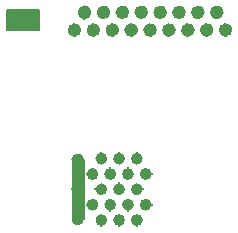
<source format=gbr>
%TF.GenerationSoftware,KiCad,Pcbnew,(7.0.0)*%
%TF.CreationDate,2023-04-19T09:29:54-05:00*%
%TF.ProjectId,Pixel.Cookie,50697865-6c2e-4436-9f6f-6b69652e6b69,rev?*%
%TF.SameCoordinates,Original*%
%TF.FileFunction,Copper,L1,Top*%
%TF.FilePolarity,Positive*%
%FSLAX46Y46*%
G04 Gerber Fmt 4.6, Leading zero omitted, Abs format (unit mm)*
G04 Created by KiCad (PCBNEW (7.0.0)) date 2023-04-19 09:29:54*
%MOMM*%
%LPD*%
G01*
G04 APERTURE LIST*
%TA.AperFunction,NonConductor*%
%ADD10C,0.575000*%
%TD*%
%TA.AperFunction,NonConductor*%
%ADD11C,0.505000*%
%TD*%
%TA.AperFunction,NonConductor*%
%ADD12C,0.010000*%
%TD*%
%TA.AperFunction,NonConductor*%
%ADD13C,0.200000*%
%TD*%
%TA.AperFunction,ViaPad*%
%ADD14C,0.250000*%
%TD*%
G04 APERTURE END LIST*
D10*
X25541500Y-14795000D02*
G75*
G03*
X25541500Y-14795000I-287500J0D01*
G01*
X26390500Y-13295000D02*
G75*
G03*
X26390500Y-13295000I-287500J0D01*
G01*
X21593500Y-13295000D02*
G75*
G03*
X21593500Y-13295000I-287500J0D01*
G01*
D11*
X20632500Y-29584000D02*
G75*
G03*
X20632500Y-29584000I-252500J0D01*
G01*
X22132500Y-26986000D02*
G75*
G03*
X22132500Y-26986000I-252500J0D01*
G01*
X22882500Y-28285000D02*
G75*
G03*
X22882500Y-28285000I-252500J0D01*
G01*
X25132500Y-29584000D02*
G75*
G03*
X25132500Y-29584000I-252500J0D01*
G01*
X23632500Y-29584000D02*
G75*
G03*
X23632500Y-29584000I-252500J0D01*
G01*
X22882500Y-25687000D02*
G75*
G03*
X22882500Y-25687000I-252500J0D01*
G01*
D12*
X18630000Y-30785000D02*
X18630000Y-25785000D01*
D11*
X19382500Y-30785000D02*
G75*
G03*
X19382500Y-30785000I-252500J0D01*
G01*
X22132500Y-29584000D02*
G75*
G03*
X22132500Y-29584000I-252500J0D01*
G01*
X22882500Y-28285000D02*
G75*
G03*
X22882500Y-28285000I-252500J0D01*
G01*
X22882500Y-30883000D02*
G75*
G03*
X22882500Y-30883000I-252500J0D01*
G01*
D10*
X27989500Y-13295000D02*
G75*
G03*
X27989500Y-13295000I-287500J0D01*
G01*
D11*
X23632500Y-26986000D02*
G75*
G03*
X23632500Y-26986000I-252500J0D01*
G01*
D10*
X19994500Y-13295000D02*
G75*
G03*
X19994500Y-13295000I-287500J0D01*
G01*
D11*
X25132500Y-26986000D02*
G75*
G03*
X25132500Y-26986000I-252500J0D01*
G01*
D10*
X30338500Y-14795000D02*
G75*
G03*
X30338500Y-14795000I-287500J0D01*
G01*
X31937500Y-14795000D02*
G75*
G03*
X31937500Y-14795000I-287500J0D01*
G01*
X28739500Y-14795000D02*
G75*
G03*
X28739500Y-14795000I-287500J0D01*
G01*
D11*
X20632500Y-26986000D02*
G75*
G03*
X20632500Y-26986000I-252500J0D01*
G01*
D13*
X13130000Y-13120000D02*
X15830000Y-13120000D01*
X15830000Y-13120000D02*
X15830000Y-14770000D01*
X15830000Y-14770000D02*
X13130000Y-14770000D01*
X13130000Y-14770000D02*
X13130000Y-13120000D01*
G36*
X13130000Y-13120000D02*
G01*
X15830000Y-13120000D01*
X15830000Y-14770000D01*
X13130000Y-14770000D01*
X13130000Y-13120000D01*
G37*
D11*
X21382500Y-28285000D02*
G75*
G03*
X21382500Y-28285000I-252500J0D01*
G01*
X19382500Y-25785000D02*
G75*
G03*
X19382500Y-25785000I-252500J0D01*
G01*
D10*
X23192500Y-13295000D02*
G75*
G03*
X23192500Y-13295000I-287500J0D01*
G01*
D12*
X18630000Y-25785000D02*
X19630000Y-25785000D01*
X19630000Y-25785000D02*
X19630000Y-30785000D01*
X19630000Y-30785000D02*
X18630000Y-30785000D01*
X18630000Y-30785000D02*
X18630000Y-25785000D01*
G36*
X18630000Y-25785000D02*
G01*
X19630000Y-25785000D01*
X19630000Y-30785000D01*
X18630000Y-30785000D01*
X18630000Y-25785000D01*
G37*
D11*
X21382500Y-30883000D02*
G75*
G03*
X21382500Y-30883000I-252500J0D01*
G01*
D10*
X23942500Y-14795000D02*
G75*
G03*
X23942500Y-14795000I-287500J0D01*
G01*
D11*
X24382500Y-30883000D02*
G75*
G03*
X24382500Y-30883000I-252500J0D01*
G01*
D10*
X27140500Y-14795000D02*
G75*
G03*
X27140500Y-14795000I-287500J0D01*
G01*
D12*
X19630000Y-25785000D02*
G75*
G03*
X18630000Y-25785000I-500000J0D01*
G01*
D10*
X31187500Y-13295000D02*
G75*
G03*
X31187500Y-13295000I-287500J0D01*
G01*
D11*
X24382500Y-28285000D02*
G75*
G03*
X24382500Y-28285000I-252500J0D01*
G01*
D10*
X20744500Y-14795000D02*
G75*
G03*
X20744500Y-14795000I-287500J0D01*
G01*
X24791500Y-13295000D02*
G75*
G03*
X24791500Y-13295000I-287500J0D01*
G01*
X19145500Y-14795000D02*
G75*
G03*
X19145500Y-14795000I-287500J0D01*
G01*
D11*
X21382500Y-25687000D02*
G75*
G03*
X21382500Y-25687000I-252500J0D01*
G01*
D10*
X29588500Y-13295000D02*
G75*
G03*
X29588500Y-13295000I-287500J0D01*
G01*
X22343500Y-14795000D02*
G75*
G03*
X22343500Y-14795000I-287500J0D01*
G01*
D11*
X24382500Y-25687000D02*
G75*
G03*
X24382500Y-25687000I-252500J0D01*
G01*
D12*
X19630000Y-25785000D02*
X19630000Y-30785000D01*
X18630000Y-30785000D02*
G75*
G03*
X19630000Y-30785000I500000J0D01*
G01*
D14*
%TO.N,*%
X23380000Y-30084000D03*
X27702000Y-13795000D03*
X25254000Y-15295000D03*
X26030000Y-13815000D03*
X25380000Y-26986000D03*
X22630000Y-31383000D03*
X19660000Y-13830000D03*
X15830000Y-14770000D03*
X22056000Y-15295000D03*
X24504000Y-13795000D03*
X21130000Y-25187000D03*
X19880000Y-26986000D03*
X22905000Y-13795000D03*
X20630000Y-28285000D03*
X30900000Y-13795000D03*
X22630000Y-27785000D03*
X24130000Y-25187000D03*
X25380000Y-29584000D03*
X21130000Y-31383000D03*
X29301000Y-13795000D03*
X28452000Y-15295000D03*
X18858000Y-15295000D03*
X24130000Y-31383000D03*
X23655000Y-15295000D03*
X30051000Y-15295000D03*
X31650000Y-15295000D03*
X21880000Y-26486000D03*
X21880000Y-30084000D03*
X26785000Y-15330000D03*
X22630000Y-25187000D03*
X19880000Y-29584000D03*
X21235000Y-13815000D03*
X24630000Y-28285000D03*
X18630000Y-28285000D03*
X23380000Y-26486000D03*
X20390000Y-15335000D03*
%TD*%
M02*

</source>
